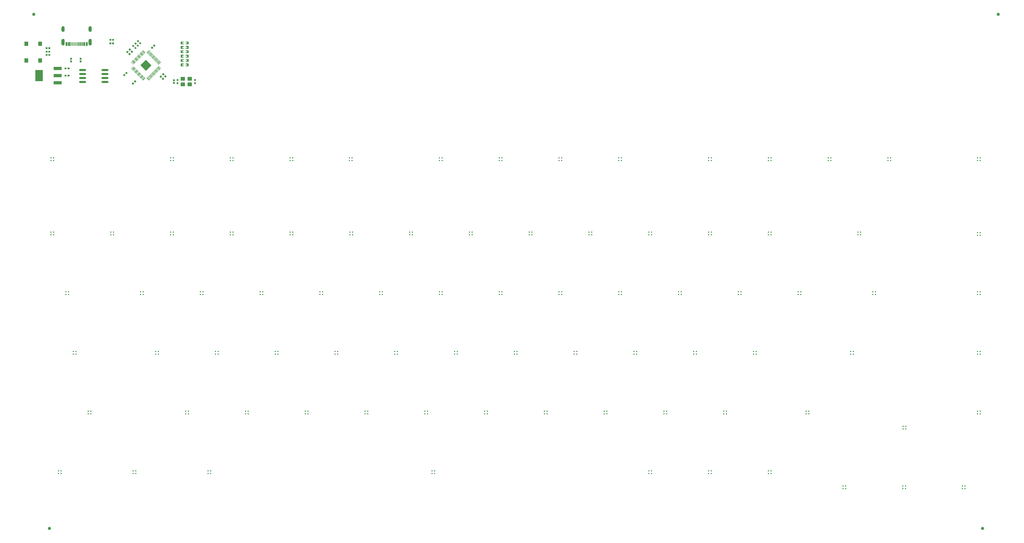
<source format=gtp>
G04 Layer: TopPasteMaskLayer*
G04 EasyEDA Pro v2.2.36.7, 2025-02-27 19:51:26*
G04 Gerber Generator version 0.3*
G04 Scale: 100 percent, Rotated: No, Reflected: No*
G04 Dimensions in millimeters*
G04 Leading zeros omitted, absolute positions, 4 integers and 5 decimals*
G04 Panelize: V-CUT, Column: 1, Row: 1, Board Size: 327.343mm x 158.09mm, Panelized Board Size: 327.343mm x 170.091mm, Panelized Method: Only Board Outline*
%FSLAX45Y45*%
%MOMM*%
%ADD10C,1.0*%
%ADD11R,2.49999X1.1*%
%ADD12R,2.34X3.59999*%
%ADD13O,2.25001X0.63*%
%ADD14R,1.23X1.35999*%
%ADD15R,1.4X1.2*%
%ADD16R,0.45001X0.45001*%
%ADD17R,0.4515X0.45001*%
%ADD18R,0.45001X0.45001*%
G75*


G04 Panelize Start*
G54D10*
G01X360781Y15528341D03*
G01X31094945Y15528341D03*
G01X860781Y-880729D03*
G01X30594945Y-880729D03*
G04 Panelize End*

G04 PolygonModel Start*
G36*
G01X3717799Y14109137D02*
G01X3640016Y14186921D01*
G01X3625874Y14172779D01*
G01X3703657Y14094995D01*
G01X3717799Y14109137D01*
G37*
G36*
G01X3823870Y14370775D02*
G01X3901654Y14292992D01*
G01X3915796Y14307134D01*
G01X3838012Y14384917D01*
G01X3823870Y14370775D01*
G37*
G36*
G01X3689529Y14080867D02*
G01X3611746Y14158651D01*
G01X3597604Y14144509D01*
G01X3675387Y14066725D01*
G01X3689529Y14080867D01*
G37*
G36*
G01X3548108Y13939446D02*
G01X3470325Y14017230D01*
G01X3456183Y14003088D01*
G01X3533966Y13925304D01*
G01X3548108Y13939446D01*
G37*
G36*
G01X3746087Y14137425D02*
G01X3668303Y14215208D01*
G01X3654161Y14201066D01*
G01X3731945Y14123283D01*
G01X3746087Y14137425D01*
G37*
G36*
G01X3569316Y14116221D02*
G01X3647099Y14038437D01*
G01X3661241Y14052580D01*
G01X3583458Y14130363D01*
G01X3569316Y14116221D01*
G37*
G36*
G01X3576378Y13967716D02*
G01X3498595Y14045500D01*
G01X3484452Y14031357D01*
G01X3562236Y13953574D01*
G01X3576378Y13967716D01*
G37*
G36*
G01X3774375Y14165713D02*
G01X3696591Y14243496D01*
G01X3682449Y14229354D01*
G01X3760233Y14151571D01*
G01X3774375Y14165713D01*
G37*
G36*
G01X3795582Y14342487D02*
G01X3873366Y14264704D01*
G01X3887508Y14278846D01*
G01X3809725Y14356630D01*
G01X3795582Y14342487D01*
G37*
G36*
G01X3604666Y13996004D02*
G01X3526882Y14073787D01*
G01X3512740Y14059645D01*
G01X3590524Y13981862D01*
G01X3604666Y13996004D01*
G37*
G36*
G01X3802662Y14194001D02*
G01X3724879Y14271784D01*
G01X3710737Y14257642D01*
G01X3788520Y14179859D01*
G01X3802662Y14194001D01*
G37*
G36*
G01X3632954Y14024292D02*
G01X3555170Y14102075D01*
G01X3541028Y14087933D01*
G01X3618811Y14010150D01*
G01X3632954Y14024292D01*
G37*
G36*
G01X3830950Y14222288D02*
G01X3753167Y14300072D01*
G01X3739025Y14285930D01*
G01X3816808Y14208146D01*
G01X3830950Y14222288D01*
G37*
G36*
G01X3859220Y14250558D02*
G01X3781437Y14328342D01*
G01X3767295Y14314200D01*
G01X3845078Y14236416D01*
G01X3859220Y14250558D01*
G37*
G36*
G01X4050148Y14370793D02*
G01X4036005Y14384935D01*
G01X3958222Y14307152D01*
G01X3972364Y14293010D01*
G01X4050148Y14370793D01*
G37*
G36*
G01X3456165Y13805095D02*
G01X3470307Y13790952D01*
G01X3548088Y13868734D01*
G01X3533946Y13882876D01*
G01X3456165Y13805095D01*
G37*
G36*
G01X4078435Y14342505D02*
G01X4064293Y14356647D01*
G01X3986510Y14278864D01*
G01X4000652Y14264722D01*
G01X4078435Y14342505D01*
G37*
G36*
G01X3484452Y13776807D02*
G01X3498595Y13762665D01*
G01X3576376Y13840446D01*
G01X3562234Y13854588D01*
G01X3484452Y13776807D01*
G37*
G36*
G01X4106723Y14314218D02*
G01X4092581Y14328360D01*
G01X4014798Y14250576D01*
G01X4028940Y14236434D01*
G01X4106723Y14314218D01*
G37*
G36*
G01X3512740Y13748519D02*
G01X3526882Y13734377D01*
G01X3604664Y13812158D01*
G01X3590522Y13826300D01*
G01X3512740Y13748519D01*
G37*
G36*
G01X4135011Y14285930D02*
G01X4120869Y14300072D01*
G01X4043085Y14222288D01*
G01X4057228Y14208146D01*
G01X4135011Y14285930D01*
G37*
G36*
G01X3541028Y13720231D02*
G01X3555170Y13706089D01*
G01X3632952Y13783871D01*
G01X3618810Y13798013D01*
G01X3541028Y13720231D01*
G37*
G36*
G01X4163281Y14257660D02*
G01X4149139Y14271802D01*
G01X4071355Y14194019D01*
G01X4085497Y14179877D01*
G01X4163281Y14257660D01*
G37*
G36*
G01X3569298Y13691961D02*
G01X3583440Y13677819D01*
G01X3661222Y13755601D01*
G01X3647080Y13769743D01*
G01X3569298Y13691961D01*
G37*
G36*
G01X4191569Y14229372D02*
G01X4177427Y14243514D01*
G01X4099643Y14165731D01*
G01X4113785Y14151589D01*
G01X4191569Y14229372D01*
G37*
G36*
G01X3597586Y13663673D02*
G01X3611728Y13649531D01*
G01X3689509Y13727313D01*
G01X3675367Y13741455D01*
G01X3597586Y13663673D01*
G37*
G36*
G01X4127931Y14137443D02*
G01X4142073Y14123301D01*
G01X4219856Y14201084D01*
G01X4205714Y14215226D01*
G01X4127931Y14137443D01*
G37*
G36*
G01X3625874Y13635386D02*
G01X3640016Y13621244D01*
G01X3717797Y13699025D01*
G01X3703655Y13713167D01*
G01X3625874Y13635386D01*
G37*
G36*
G01X4248144Y14172796D02*
G01X4234002Y14186939D01*
G01X4156219Y14109155D01*
G01X4170361Y14095013D01*
G01X4248144Y14172796D01*
G37*
G36*
G01X3746085Y13670737D02*
G01X3731943Y13684879D01*
G01X3654161Y13607098D01*
G01X3668303Y13592956D01*
G01X3746085Y13670737D01*
G37*
G36*
G01X4276432Y14144509D02*
G01X4262290Y14158651D01*
G01X4184507Y14080867D01*
G01X4198649Y14066725D01*
G01X4276432Y14144509D01*
G37*
G36*
G01X3682449Y13578810D02*
G01X3696591Y13564668D01*
G01X3774373Y13642450D01*
G01X3760231Y13656592D01*
G01X3682449Y13578810D01*
G37*
G36*
G01X4304702Y14116239D02*
G01X4290560Y14130381D01*
G01X4212776Y14052598D01*
G01X4226918Y14038455D01*
G01X4304702Y14116239D01*
G37*
G36*
G01X3710719Y13550540D02*
G01X3724861Y13536398D01*
G01X3802643Y13614180D01*
G01X3788501Y13628322D01*
G01X3710719Y13550540D01*
G37*
G36*
G01X4332990Y14087951D02*
G01X4318848Y14102093D01*
G01X4241064Y14024310D01*
G01X4255206Y14010168D01*
G01X4332990Y14087951D01*
G37*
G36*
G01X3739007Y13522252D02*
G01X3753149Y13508110D01*
G01X3830931Y13585892D01*
G01X3816788Y13600034D01*
G01X3739007Y13522252D01*
G37*
G36*
G01X4361277Y14059663D02*
G01X4347135Y14073805D01*
G01X4269352Y13996022D01*
G01X4283494Y13981880D01*
G01X4361277Y14059663D01*
G37*
G36*
G01X3767295Y13493965D02*
G01X3781437Y13479822D01*
G01X3859218Y13557604D01*
G01X3845076Y13571746D01*
G01X3767295Y13493965D01*
G37*
G36*
G01X4389565Y14031375D02*
G01X4375423Y14045518D01*
G01X4297640Y13967734D01*
G01X4311782Y13953592D01*
G01X4389565Y14031375D01*
G37*
G36*
G01X3795582Y13465677D02*
G01X3809725Y13451535D01*
G01X3887506Y13529316D01*
G01X3873364Y13543458D01*
G01X3795582Y13465677D01*
G37*
G36*
G01X4325928Y13939446D02*
G01X4340070Y13925304D01*
G01X4417853Y14003088D01*
G01X4403711Y14017230D01*
G01X4325928Y13939446D01*
G37*
G36*
G01X3823870Y13437389D02*
G01X3838012Y13423247D01*
G01X3915794Y13501028D01*
G01X3901652Y13515171D01*
G01X3823870Y13437389D01*
G37*
G36*
G01X4325910Y13868736D02*
G01X4403693Y13790952D01*
G01X4417835Y13805095D01*
G01X4340052Y13882878D01*
G01X4325910Y13868736D01*
G37*
G36*
G01X4248126Y13635386D02*
G01X4170343Y13713169D01*
G01X4156201Y13699027D01*
G01X4233984Y13621244D01*
G01X4248126Y13635386D01*
G37*
G36*
G01X4050148Y13437407D02*
G01X3972364Y13515190D01*
G01X3958222Y13501048D01*
G01X4036005Y13423265D01*
G01X4050148Y13437407D01*
G37*
G36*
G01X4127913Y13670739D02*
G01X4205696Y13592956D01*
G01X4219838Y13607098D01*
G01X4142055Y13684881D01*
G01X4127913Y13670739D01*
G37*
G36*
G01X4297622Y13840448D02*
G01X4375405Y13762665D01*
G01X4389547Y13776807D01*
G01X4311764Y13854590D01*
G01X4297622Y13840448D01*
G37*
G36*
G01X4099643Y13642469D02*
G01X4177427Y13564686D01*
G01X4191569Y13578828D01*
G01X4113785Y13656611D01*
G01X4099643Y13642469D01*
G37*
G36*
G01X4269334Y13812160D02*
G01X4347117Y13734377D01*
G01X4361260Y13748519D01*
G01X4283476Y13826302D01*
G01X4269334Y13812160D01*
G37*
G36*
G01X4071355Y13614181D02*
G01X4149139Y13536398D01*
G01X4163281Y13550540D01*
G01X4085497Y13628324D01*
G01X4071355Y13614181D01*
G37*
G36*
G01X4276414Y13663673D02*
G01X4198631Y13741457D01*
G01X4184489Y13727315D01*
G01X4262272Y13649531D01*
G01X4276414Y13663673D01*
G37*
G36*
G01X4241064Y13783890D02*
G01X4318848Y13706107D01*
G01X4332990Y13720249D01*
G01X4255206Y13798032D01*
G01X4241064Y13783890D01*
G37*
G36*
G01X4078417Y13465677D02*
G01X4000634Y13543460D01*
G01X3986492Y13529318D01*
G01X4064275Y13451535D01*
G01X4078417Y13465677D01*
G37*
G36*
G01X4043068Y13585894D02*
G01X4120851Y13508110D01*
G01X4134993Y13522252D01*
G01X4057210Y13600036D01*
G01X4043068Y13585894D01*
G37*
G36*
G01X4212776Y13755603D02*
G01X4290560Y13677819D01*
G01X4304702Y13691961D01*
G01X4226918Y13769745D01*
G01X4212776Y13755603D01*
G37*
G36*
G01X4014780Y13557606D02*
G01X4092563Y13479822D01*
G01X4106705Y13493965D01*
G01X4028922Y13571748D01*
G01X4014780Y13557606D01*
G37*
G36*
G01X3761637Y13904093D02*
G01X3937002Y14079458D01*
G01X4112366Y13904093D01*
G01X3937002Y13728728D01*
G01X3761637Y13904093D01*
G37*
G36*
G01X5049398Y13871801D02*
G01X5129398Y13871801D01*
G01X5134399Y13876803D01*
G01X5134399Y13899599D01*
G01X5097399Y13899599D01*
G01X5097399Y13932599D01*
G01X5134399Y13932599D01*
G01X5134399Y13956802D01*
G01X5129398Y13961801D01*
G01X5049398Y13961801D01*
G01X5044399Y13956802D01*
G01X5044399Y13876803D01*
G01X5049398Y13871801D01*
G37*
G36*
G01X5204399Y13876803D02*
G01X5204399Y13899599D01*
G01X5242397Y13899599D01*
G01X5242397Y13932599D01*
G01X5204399Y13932599D01*
G01X5204399Y13956802D01*
G01X5209398Y13961801D01*
G01X5288397Y13961801D01*
G01X5293398Y13956802D01*
G01X5293398Y13876803D01*
G01X5288397Y13871801D01*
G01X5209398Y13871801D01*
G01X5204399Y13876803D01*
G37*
G36*
G01X5049398Y14011501D02*
G01X5129398Y14011501D01*
G01X5134399Y14016503D01*
G01X5134399Y14039299D01*
G01X5097399Y14039299D01*
G01X5097399Y14072299D01*
G01X5134399Y14072299D01*
G01X5134399Y14096502D01*
G01X5129398Y14101501D01*
G01X5049398Y14101501D01*
G01X5044399Y14096502D01*
G01X5044399Y14016503D01*
G01X5049398Y14011501D01*
G37*
G36*
G01X5204399Y14016503D02*
G01X5204399Y14039299D01*
G01X5242397Y14039299D01*
G01X5242397Y14072299D01*
G01X5204399Y14072299D01*
G01X5204399Y14096502D01*
G01X5209398Y14101501D01*
G01X5288397Y14101501D01*
G01X5293398Y14096502D01*
G01X5293398Y14016503D01*
G01X5288397Y14011501D01*
G01X5209398Y14011501D01*
G01X5204399Y14016503D01*
G37*
G36*
G01X5049398Y14151201D02*
G01X5129398Y14151201D01*
G01X5134399Y14156203D01*
G01X5134399Y14178999D01*
G01X5097399Y14178999D01*
G01X5097399Y14211999D01*
G01X5134399Y14211999D01*
G01X5134399Y14236202D01*
G01X5129398Y14241201D01*
G01X5049398Y14241201D01*
G01X5044399Y14236202D01*
G01X5044399Y14156203D01*
G01X5049398Y14151201D01*
G37*
G36*
G01X5204399Y14156203D02*
G01X5204399Y14178999D01*
G01X5242397Y14178999D01*
G01X5242397Y14211999D01*
G01X5204399Y14211999D01*
G01X5204399Y14236202D01*
G01X5209398Y14241201D01*
G01X5288397Y14241201D01*
G01X5293398Y14236202D01*
G01X5293398Y14156203D01*
G01X5288397Y14151201D01*
G01X5209398Y14151201D01*
G01X5204399Y14156203D01*
G37*
G36*
G01X5049398Y14290901D02*
G01X5129398Y14290901D01*
G01X5134399Y14295903D01*
G01X5134399Y14318699D01*
G01X5097399Y14318699D01*
G01X5097399Y14351699D01*
G01X5134399Y14351699D01*
G01X5134399Y14375902D01*
G01X5129398Y14380901D01*
G01X5049398Y14380901D01*
G01X5044399Y14375902D01*
G01X5044399Y14295903D01*
G01X5049398Y14290901D01*
G37*
G36*
G01X5204399Y14295903D02*
G01X5204399Y14318699D01*
G01X5242397Y14318699D01*
G01X5242397Y14351699D01*
G01X5204399Y14351699D01*
G01X5204399Y14375902D01*
G01X5209398Y14380901D01*
G01X5288397Y14380901D01*
G01X5293398Y14375902D01*
G01X5293398Y14295903D01*
G01X5288397Y14290901D01*
G01X5209398Y14290901D01*
G01X5204399Y14295903D01*
G37*
G36*
G01X5049398Y14430601D02*
G01X5129398Y14430601D01*
G01X5134399Y14435603D01*
G01X5134399Y14458399D01*
G01X5097399Y14458399D01*
G01X5097399Y14491399D01*
G01X5134399Y14491399D01*
G01X5134399Y14515602D01*
G01X5129398Y14520601D01*
G01X5049398Y14520601D01*
G01X5044399Y14515602D01*
G01X5044399Y14435603D01*
G01X5049398Y14430601D01*
G37*
G36*
G01X5204399Y14435603D02*
G01X5204399Y14458399D01*
G01X5242397Y14458399D01*
G01X5242397Y14491399D01*
G01X5204399Y14491399D01*
G01X5204399Y14515602D01*
G01X5209398Y14520601D01*
G01X5288397Y14520601D01*
G01X5293398Y14515602D01*
G01X5293398Y14435603D01*
G01X5288397Y14430601D01*
G01X5209398Y14430601D01*
G01X5204399Y14435603D01*
G37*
G36*
G01X5049398Y14570301D02*
G01X5129398Y14570301D01*
G01X5134399Y14575303D01*
G01X5134399Y14598099D01*
G01X5097399Y14598099D01*
G01X5097399Y14631099D01*
G01X5134399Y14631099D01*
G01X5134399Y14655302D01*
G01X5129398Y14660301D01*
G01X5049398Y14660301D01*
G01X5044399Y14655302D01*
G01X5044399Y14575303D01*
G01X5049398Y14570301D01*
G37*
G36*
G01X5204399Y14575303D02*
G01X5204399Y14598099D01*
G01X5242397Y14598099D01*
G01X5242397Y14631099D01*
G01X5204399Y14631099D01*
G01X5204399Y14655302D01*
G01X5209398Y14660301D01*
G01X5288397Y14660301D01*
G01X5293398Y14655302D01*
G01X5293398Y14575303D01*
G01X5288397Y14570301D01*
G01X5209398Y14570301D01*
G01X5204399Y14575303D01*
G37*
G36*
G01X4137402Y14504624D02*
G01X4169222Y14472803D01*
G01X4167809Y14464321D01*
G01X4133867Y14430379D01*
G01X4126796Y14430377D01*
G01X4094975Y14462198D01*
G01X4094977Y14469269D01*
G01X4128919Y14503210D01*
G01X4137402Y14504624D01*
G37*
G36*
G01X4205285Y14572508D02*
G01X4237106Y14540687D01*
G01X4237104Y14533616D01*
G01X4203164Y14499676D01*
G01X4194679Y14498261D01*
G01X4162859Y14530081D01*
G01X4164274Y14538566D01*
G01X4198214Y14572506D01*
G01X4205285Y14572508D01*
G37*
G36*
G01X3381381Y14326442D02*
G01X3349560Y14294621D01*
G01X3341077Y14296034D01*
G01X3307136Y14329976D01*
G01X3307134Y14337047D01*
G01X3338954Y14368868D01*
G01X3346026Y14368866D01*
G01X3379967Y14334924D01*
G01X3381381Y14326442D01*
G37*
G36*
G01X3449264Y14258558D02*
G01X3417444Y14226737D01*
G01X3410373Y14226739D01*
G01X3376433Y14260679D01*
G01X3375017Y14269164D01*
G01X3406838Y14300984D01*
G01X3415323Y14299569D01*
G01X3449263Y14265629D01*
G01X3449264Y14258558D01*
G37*
G36*
G01X4518019Y13557958D02*
G01X4549840Y13589779D01*
G01X4558323Y13588365D01*
G01X4592264Y13554424D01*
G01X4592266Y13547353D01*
G01X4560446Y13515532D01*
G01X4553374Y13515534D01*
G01X4519433Y13549476D01*
G01X4518019Y13557958D01*
G37*
G36*
G01X4450136Y13625842D02*
G01X4481956Y13657663D01*
G01X4489027Y13657661D01*
G01X4522967Y13623721D01*
G01X4524383Y13615236D01*
G01X4492562Y13583416D01*
G01X4484077Y13584831D01*
G01X4450137Y13618771D01*
G01X4450136Y13625842D01*
G37*
G36*
G01X2831300Y14625600D02*
G01X2831300Y14579600D01*
G01X2827299Y14575600D01*
G01X2777236Y14575600D01*
G01X2773236Y14579600D01*
G01X2773236Y14625600D01*
G01X2777236Y14629600D01*
G01X2827299Y14629600D01*
G01X2831300Y14625600D01*
G37*
G36*
G01X2858300Y14625600D02*
G01X2858300Y14579600D01*
G01X2862301Y14575600D01*
G01X2912364Y14575600D01*
G01X2916365Y14579600D01*
G01X2916365Y14625600D01*
G01X2912364Y14629600D01*
G01X2862301Y14629600D01*
G01X2858300Y14625600D01*
G37*
G36*
G01X2831300Y14739900D02*
G01X2831300Y14693900D01*
G01X2827299Y14689900D01*
G01X2777236Y14689900D01*
G01X2773236Y14693900D01*
G01X2773236Y14739900D01*
G01X2777236Y14743900D01*
G01X2827299Y14743900D01*
G01X2831300Y14739900D01*
G37*
G36*
G01X2858300Y14739900D02*
G01X2858300Y14693900D01*
G01X2862301Y14689900D01*
G01X2912364Y14689900D01*
G01X2916365Y14693900D01*
G01X2916365Y14739900D01*
G01X2912364Y14743900D01*
G01X2862301Y14743900D01*
G01X2858300Y14739900D01*
G37*
G36*
G01X3641719Y14535858D02*
G01X3673540Y14567679D01*
G01X3682023Y14566265D01*
G01X3715964Y14532324D01*
G01X3715966Y14525253D01*
G01X3684146Y14493432D01*
G01X3677074Y14493434D01*
G01X3643133Y14527376D01*
G01X3641719Y14535858D01*
G37*
G36*
G01X3573836Y14603742D02*
G01X3605656Y14635563D01*
G01X3612727Y14635561D01*
G01X3646667Y14601621D01*
G01X3648083Y14593136D01*
G01X3616262Y14561316D01*
G01X3607777Y14562731D01*
G01X3573837Y14596671D01*
G01X3573836Y14603742D01*
G37*
G36*
G01X3571881Y14516942D02*
G01X3540060Y14485121D01*
G01X3531577Y14486534D01*
G01X3497636Y14520476D01*
G01X3497634Y14527547D01*
G01X3529454Y14559368D01*
G01X3536526Y14559366D01*
G01X3570467Y14525424D01*
G01X3571881Y14516942D01*
G37*
G36*
G01X3639764Y14449058D02*
G01X3607944Y14417237D01*
G01X3600873Y14417239D01*
G01X3566933Y14451179D01*
G01X3565517Y14459664D01*
G01X3597338Y14491484D01*
G01X3605823Y14490069D01*
G01X3639763Y14456129D01*
G01X3639764Y14449058D01*
G37*
G36*
G01X799300Y14473200D02*
G01X799300Y14427200D01*
G01X795299Y14423200D01*
G01X745236Y14423200D01*
G01X741236Y14427200D01*
G01X741236Y14473200D01*
G01X745236Y14477200D01*
G01X795299Y14477200D01*
G01X799300Y14473200D01*
G37*
G36*
G01X826300Y14473200D02*
G01X826300Y14427200D01*
G01X830301Y14423200D01*
G01X880364Y14423200D01*
G01X884365Y14427200D01*
G01X884365Y14473200D01*
G01X880364Y14477200D01*
G01X830301Y14477200D01*
G01X826300Y14473200D01*
G37*
G36*
G01X826300Y14312900D02*
G01X826300Y14358900D01*
G01X830301Y14362900D01*
G01X880364Y14362900D01*
G01X884365Y14358900D01*
G01X884365Y14312900D01*
G01X880364Y14308900D01*
G01X830301Y14308900D01*
G01X826300Y14312900D01*
G37*
G36*
G01X799300Y14312900D02*
G01X799300Y14358900D01*
G01X795299Y14362900D01*
G01X745236Y14362900D01*
G01X741236Y14358900D01*
G01X741236Y14312900D01*
G01X745236Y14308900D01*
G01X795299Y14308900D01*
G01X799300Y14312900D01*
G37*
G36*
G01X799300Y14257300D02*
G01X799300Y14211300D01*
G01X795299Y14207300D01*
G01X745236Y14207300D01*
G01X741236Y14211300D01*
G01X741236Y14257300D01*
G01X745236Y14261300D01*
G01X795299Y14261300D01*
G01X799300Y14257300D01*
G37*
G36*
G01X826300Y14257300D02*
G01X826300Y14211300D01*
G01X830301Y14207300D01*
G01X880364Y14207300D01*
G01X884365Y14211300D01*
G01X884365Y14257300D01*
G01X880364Y14261300D01*
G01X830301Y14261300D01*
G01X826300Y14257300D01*
G37*
G36*
G01X4917798Y13365396D02*
G01X4962799Y13365396D01*
G01X4967798Y13358399D01*
G01X4967798Y13310398D01*
G01X4962799Y13305397D01*
G01X4917798Y13305397D01*
G01X4912799Y13310398D01*
G01X4912799Y13358399D01*
G01X4917798Y13365396D01*
G37*
G36*
G01X4917798Y13461398D02*
G01X4962799Y13461398D01*
G01X4967798Y13456397D01*
G01X4967798Y13408399D01*
G01X4962799Y13401398D01*
G01X4917798Y13401398D01*
G01X4912799Y13408399D01*
G01X4912799Y13456397D01*
G01X4917798Y13461398D01*
G37*
G36*
G01X5476598Y13365396D02*
G01X5521599Y13365396D01*
G01X5526598Y13358399D01*
G01X5526598Y13310398D01*
G01X5521599Y13305397D01*
G01X5476598Y13305397D01*
G01X5471599Y13310398D01*
G01X5471599Y13358399D01*
G01X5476598Y13365396D01*
G37*
G36*
G01X5476598Y13461398D02*
G01X5521599Y13461398D01*
G01X5526598Y13456397D01*
G01X5526598Y13408399D01*
G01X5521599Y13401398D01*
G01X5476598Y13401398D01*
G01X5471599Y13408399D01*
G01X5471599Y13456397D01*
G01X5476598Y13461398D01*
G37*
G36*
G01X4803000Y13369900D02*
G01X4849000Y13369900D01*
G01X4853000Y13365899D01*
G01X4853000Y13315836D01*
G01X4849000Y13311835D01*
G01X4803000Y13311835D01*
G01X4799000Y13315836D01*
G01X4799000Y13365899D01*
G01X4803000Y13369900D01*
G37*
G36*
G01X4803000Y13396900D02*
G01X4849000Y13396900D01*
G01X4853000Y13400901D01*
G01X4853000Y13450964D01*
G01X4849000Y13454964D01*
G01X4803000Y13454964D01*
G01X4799000Y13450964D01*
G01X4799000Y13400901D01*
G01X4803000Y13396900D01*
G37*
G36*
G01X1440404Y13551398D02*
G01X1440404Y13596399D01*
G01X1447401Y13601398D01*
G01X1495402Y13601398D01*
G01X1500403Y13596399D01*
G01X1500403Y13551398D01*
G01X1495402Y13546399D01*
G01X1447401Y13546399D01*
G01X1440404Y13551398D01*
G37*
G36*
G01X1344402Y13551398D02*
G01X1344402Y13596399D01*
G01X1349403Y13601398D01*
G01X1397401Y13601398D01*
G01X1404402Y13596399D01*
G01X1404402Y13551398D01*
G01X1397401Y13546399D01*
G01X1349403Y13546399D01*
G01X1344402Y13551398D01*
G37*
G36*
G01X1440404Y13779998D02*
G01X1440404Y13824999D01*
G01X1447401Y13829998D01*
G01X1495402Y13829998D01*
G01X1500403Y13824999D01*
G01X1500403Y13779998D01*
G01X1495402Y13774999D01*
G01X1447401Y13774999D01*
G01X1440404Y13779998D01*
G37*
G36*
G01X1344402Y13779998D02*
G01X1344402Y13824999D01*
G01X1349403Y13829998D01*
G01X1397401Y13829998D01*
G01X1404402Y13824999D01*
G01X1404402Y13779998D01*
G01X1397401Y13774999D01*
G01X1349403Y13774999D01*
G01X1344402Y13779998D01*
G37*
G36*
G01X3457581Y14402642D02*
G01X3425760Y14370821D01*
G01X3417277Y14372234D01*
G01X3383336Y14406176D01*
G01X3383334Y14413247D01*
G01X3415154Y14445068D01*
G01X3422226Y14445066D01*
G01X3456167Y14411124D01*
G01X3457581Y14402642D01*
G37*
G36*
G01X3525464Y14334758D02*
G01X3493644Y14302937D01*
G01X3486573Y14302939D01*
G01X3452633Y14336879D01*
G01X3451217Y14345364D01*
G01X3483038Y14377184D01*
G01X3491523Y14375769D01*
G01X3525463Y14341829D01*
G01X3525464Y14334758D01*
G37*
G36*
G01X3724281Y14669342D02*
G01X3692460Y14637521D01*
G01X3683977Y14638934D01*
G01X3650036Y14672876D01*
G01X3650034Y14679947D01*
G01X3681854Y14711768D01*
G01X3688926Y14711766D01*
G01X3722867Y14677824D01*
G01X3724281Y14669342D01*
G37*
G36*
G01X3792164Y14601458D02*
G01X3760344Y14569637D01*
G01X3753273Y14569639D01*
G01X3719333Y14603579D01*
G01X3717917Y14612064D01*
G01X3749738Y14643884D01*
G01X3758223Y14642469D01*
G01X3792163Y14608529D01*
G01X3792164Y14601458D01*
G37*
G36*
G01X3247958Y13627881D02*
G01X3279779Y13596060D01*
G01X3278366Y13587577D01*
G01X3244424Y13553636D01*
G01X3237353Y13553634D01*
G01X3205532Y13585454D01*
G01X3205534Y13592525D01*
G01X3239476Y13626467D01*
G01X3247958Y13627881D01*
G37*
G36*
G01X3315842Y13695764D02*
G01X3347663Y13663944D01*
G01X3347661Y13656873D01*
G01X3313721Y13622933D01*
G01X3305236Y13621517D01*
G01X3273416Y13653338D01*
G01X3274831Y13661823D01*
G01X3308771Y13695763D01*
G01X3315842Y13695764D01*
G37*
G36*
G01X3527358Y13361181D02*
G01X3559179Y13329360D01*
G01X3557766Y13320877D01*
G01X3523824Y13286936D01*
G01X3516753Y13286934D01*
G01X3484932Y13318754D01*
G01X3484934Y13325825D01*
G01X3518876Y13359767D01*
G01X3527358Y13361181D01*
G37*
G36*
G01X3595242Y13429064D02*
G01X3627063Y13397244D01*
G01X3627061Y13390173D01*
G01X3593121Y13356233D01*
G01X3584636Y13354817D01*
G01X3552816Y13386638D01*
G01X3554231Y13395123D01*
G01X3588171Y13429063D01*
G01X3595242Y13429064D01*
G37*
G36*
G01X4441819Y13481758D02*
G01X4473640Y13513579D01*
G01X4482123Y13512165D01*
G01X4516064Y13478224D01*
G01X4516066Y13471153D01*
G01X4484246Y13439332D01*
G01X4477174Y13439334D01*
G01X4443233Y13473276D01*
G01X4441819Y13481758D01*
G37*
G36*
G01X4373936Y13549642D02*
G01X4405756Y13581463D01*
G01X4412827Y13581461D01*
G01X4446767Y13547521D01*
G01X4448183Y13539036D01*
G01X4416362Y13507216D01*
G01X4407877Y13508631D01*
G01X4373937Y13542571D01*
G01X4373936Y13549642D01*
G37*
G36*
G01X1572400Y14082700D02*
G01X1526400Y14082700D01*
G01X1522400Y14086701D01*
G01X1522400Y14136764D01*
G01X1526400Y14140764D01*
G01X1572400Y14140764D01*
G01X1576400Y14136764D01*
G01X1576400Y14086701D01*
G01X1572400Y14082700D01*
G37*
G36*
G01X1572400Y14055700D02*
G01X1526400Y14055700D01*
G01X1522400Y14051699D01*
G01X1522400Y14001636D01*
G01X1526400Y13997635D01*
G01X1572400Y13997635D01*
G01X1576400Y14001636D01*
G01X1576400Y14051699D01*
G01X1572400Y14055700D01*
G37*
G36*
G01X1877200Y14082700D02*
G01X1831200Y14082700D01*
G01X1827200Y14086701D01*
G01X1827200Y14136764D01*
G01X1831200Y14140764D01*
G01X1877200Y14140764D01*
G01X1881200Y14136764D01*
G01X1881200Y14086701D01*
G01X1877200Y14082700D01*
G37*
G36*
G01X1877200Y14055700D02*
G01X1831200Y14055700D01*
G01X1827200Y14051699D01*
G01X1827200Y14001636D01*
G01X1831200Y13997635D01*
G01X1877200Y13997635D01*
G01X1881200Y14001636D01*
G01X1881200Y14051699D01*
G01X1877200Y14055700D01*
G37*
G36*
G01X2077194Y14518919D02*
G01X2017194Y14518919D01*
G01X2017194Y14642922D01*
G01X2077194Y14642922D01*
G01X2077194Y14518919D01*
G37*
G36*
G01X1997194Y14518919D02*
G01X1937189Y14518919D01*
G01X1937189Y14642922D01*
G01X1997194Y14642922D01*
G01X1997194Y14518919D01*
G37*
G36*
G01X1917192Y14518919D02*
G01X1887190Y14518919D01*
G01X1887190Y14642922D01*
G01X1917192Y14642922D01*
G01X1917192Y14518919D01*
G37*
G36*
G01X1867192Y14518919D02*
G01X1837190Y14518919D01*
G01X1837190Y14642922D01*
G01X1867192Y14642922D01*
G01X1867192Y14518919D01*
G37*
G36*
G01X1817192Y14518919D02*
G01X1787187Y14518919D01*
G01X1787187Y14642922D01*
G01X1817192Y14642922D01*
G01X1817192Y14518919D01*
G37*
G36*
G01X1767187Y14518919D02*
G01X1737187Y14518919D01*
G01X1737187Y14642922D01*
G01X1767187Y14642922D01*
G01X1767187Y14518919D01*
G37*
G36*
G01X1717187Y14518919D02*
G01X1687192Y14518919D01*
G01X1687192Y14642922D01*
G01X1717187Y14642922D01*
G01X1717187Y14518919D01*
G37*
G36*
G01X1667195Y14518919D02*
G01X1637195Y14518919D01*
G01X1637195Y14642922D01*
G01X1667195Y14642922D01*
G01X1667195Y14518919D01*
G37*
G36*
G01X1617195Y14518919D02*
G01X1587195Y14518919D01*
G01X1587195Y14642922D01*
G01X1617195Y14642922D01*
G01X1617195Y14518919D01*
G37*
G36*
G01X1567195Y14518919D02*
G01X1537195Y14518919D01*
G01X1537195Y14642922D01*
G01X1567195Y14642922D01*
G01X1567195Y14518919D01*
G37*
G36*
G01X1517195Y14518919D02*
G01X1457193Y14518919D01*
G01X1457193Y14642922D01*
G01X1517195Y14642922D01*
G01X1517195Y14518919D01*
G37*
G36*
G01X1437193Y14518919D02*
G01X1377193Y14518919D01*
G01X1377193Y14642922D01*
G01X1437193Y14642922D01*
G01X1437193Y14518919D01*
G37*
G36*
G01X2155462Y14538038D02*
G01X2157956Y14537914D01*
G01X2160450Y14537914D01*
G01X2162937Y14538038D01*
G01X2165419Y14538289D01*
G01X2167885Y14538660D01*
G01X2170326Y14539153D01*
G01X2172739Y14539773D01*
G01X2175126Y14540504D01*
G01X2177468Y14541360D01*
G01X2179762Y14542326D01*
G01X2182010Y14543410D01*
G01X2184197Y14544599D01*
G01X2186325Y14545897D01*
G01X2188385Y14547301D01*
G01X2190374Y14548813D01*
G01X2192287Y14550413D01*
G01X2194113Y14552107D01*
G01X2195850Y14553890D01*
G01X2197506Y14555762D01*
G01X2199058Y14557710D01*
G01X2200511Y14559732D01*
G01X2201863Y14561828D01*
G01X2203110Y14563987D01*
G01X2204250Y14566207D01*
G01X2205274Y14568480D01*
G01X2206186Y14570799D01*
G01X2206976Y14573164D01*
G01X2207654Y14575561D01*
G01X2208213Y14577990D01*
G01X2208642Y14580448D01*
G01X2208952Y14582922D01*
G01X2209137Y14585406D01*
G01X2209201Y14587901D01*
G01X2209201Y14697903D01*
G01X2209137Y14700392D01*
G01X2208952Y14702881D01*
G01X2208642Y14705358D01*
G01X2208213Y14707809D01*
G01X2207654Y14710237D01*
G01X2206976Y14712640D01*
G01X2206186Y14715005D01*
G01X2205274Y14717324D01*
G01X2204250Y14719600D01*
G01X2203110Y14721812D01*
G01X2201863Y14723971D01*
G01X2200511Y14726067D01*
G01X2199058Y14728093D01*
G01X2197506Y14730044D01*
G01X2195850Y14731909D01*
G01X2194113Y14733699D01*
G01X2192287Y14735391D01*
G01X2190374Y14736991D01*
G01X2188385Y14738497D01*
G01X2186325Y14739902D01*
G01X2184197Y14741205D01*
G01X2182010Y14742396D01*
G01X2179762Y14743481D01*
G01X2177468Y14744446D01*
G01X2175126Y14745299D01*
G01X2172739Y14746034D01*
G01X2170326Y14746651D01*
G01X2167885Y14747143D01*
G01X2165419Y14747514D01*
G01X2162937Y14747761D01*
G01X2160450Y14747885D01*
G01X2157956Y14747885D01*
G01X2155462Y14747761D01*
G01X2152980Y14747514D01*
G01X2150516Y14747143D01*
G01X2148075Y14746651D01*
G01X2145660Y14746034D01*
G01X2143280Y14745299D01*
G01X2140933Y14744446D01*
G01X2138637Y14743481D01*
G01X2136386Y14742396D01*
G01X2134199Y14741205D01*
G01X2132076Y14739902D01*
G01X2130014Y14738497D01*
G01X2128027Y14736991D01*
G01X2126115Y14735391D01*
G01X2124288Y14733699D01*
G01X2122551Y14731909D01*
G01X2120900Y14730044D01*
G01X2119343Y14728093D01*
G01X2117885Y14726067D01*
G01X2116534Y14723971D01*
G01X2115289Y14721812D01*
G01X2114151Y14719600D01*
G01X2113128Y14717324D01*
G01X2112216Y14715005D01*
G01X2111421Y14712640D01*
G01X2110748Y14710237D01*
G01X2110194Y14707809D01*
G01X2109760Y14705358D01*
G01X2109447Y14702881D01*
G01X2109262Y14700392D01*
G01X2109201Y14697903D01*
G01X2109201Y14587901D01*
G01X2109262Y14585406D01*
G01X2109447Y14582922D01*
G01X2109760Y14580448D01*
G01X2110194Y14577990D01*
G01X2110748Y14575561D01*
G01X2111421Y14573164D01*
G01X2112216Y14570799D01*
G01X2113128Y14568480D01*
G01X2114151Y14566207D01*
G01X2115289Y14563987D01*
G01X2116534Y14561828D01*
G01X2117885Y14559732D01*
G01X2119343Y14557710D01*
G01X2120900Y14555762D01*
G01X2122551Y14553890D01*
G01X2124288Y14552107D01*
G01X2126115Y14550413D01*
G01X2128027Y14548813D01*
G01X2130014Y14547301D01*
G01X2132076Y14545897D01*
G01X2134199Y14544599D01*
G01X2136386Y14543410D01*
G01X2138637Y14542326D01*
G01X2140933Y14541360D01*
G01X2143280Y14540504D01*
G01X2145660Y14539773D01*
G01X2148075Y14539153D01*
G01X2150516Y14538660D01*
G01X2152980Y14538289D01*
G01X2155462Y14538038D01*
G37*
G36*
G01X2155462Y14971044D02*
G01X2157956Y14970923D01*
G01X2160450Y14970923D01*
G01X2162937Y14971044D01*
G01X2165419Y14971298D01*
G01X2167885Y14971667D01*
G01X2170326Y14972162D01*
G01X2172739Y14972774D01*
G01X2175126Y14973511D01*
G01X2177468Y14974362D01*
G01X2179762Y14975332D01*
G01X2182010Y14976412D01*
G01X2184197Y14977605D01*
G01X2186325Y14978906D01*
G01X2188385Y14980310D01*
G01X2190374Y14981814D01*
G01X2192287Y14983422D01*
G01X2194113Y14985114D01*
G01X2195850Y14986897D01*
G01X2197506Y14988769D01*
G01X2199058Y14990717D01*
G01X2200511Y14992741D01*
G01X2201863Y14994834D01*
G01X2203110Y14996996D01*
G01X2204250Y14999213D01*
G01X2205274Y15001486D01*
G01X2206186Y15003808D01*
G01X2206976Y15006173D01*
G01X2207654Y15008570D01*
G01X2208213Y15010999D01*
G01X2208642Y15013455D01*
G01X2208952Y15015931D01*
G01X2209137Y15018415D01*
G01X2209201Y15020907D01*
G01X2209201Y15100910D01*
G01X2209137Y15103404D01*
G01X2208952Y15105888D01*
G01X2208642Y15108362D01*
G01X2208213Y15110818D01*
G01X2207654Y15113249D01*
G01X2206976Y15115647D01*
G01X2206186Y15118011D01*
G01X2205274Y15120330D01*
G01X2204250Y15122604D01*
G01X2203110Y15124824D01*
G01X2201863Y15126978D01*
G01X2200511Y15129078D01*
G01X2199058Y15131100D01*
G01X2197506Y15133048D01*
G01X2195850Y15134915D01*
G01X2194113Y15136703D01*
G01X2192287Y15138397D01*
G01X2190374Y15139998D01*
G01X2188385Y15141506D01*
G01X2186325Y15142911D01*
G01X2184197Y15144212D01*
G01X2182010Y15145400D01*
G01X2179762Y15146485D01*
G01X2177468Y15147450D01*
G01X2175126Y15148306D01*
G01X2172739Y15149038D01*
G01X2170326Y15149655D01*
G01X2167885Y15150150D01*
G01X2165419Y15150521D01*
G01X2162937Y15150767D01*
G01X2160450Y15150894D01*
G01X2157956Y15150894D01*
G01X2155462Y15150767D01*
G01X2152980Y15150521D01*
G01X2150516Y15150150D01*
G01X2148075Y15149655D01*
G01X2145660Y15149038D01*
G01X2143280Y15148306D01*
G01X2140933Y15147450D01*
G01X2138637Y15146485D01*
G01X2136386Y15145400D01*
G01X2134199Y15144212D01*
G01X2132076Y15142911D01*
G01X2130014Y15141506D01*
G01X2128027Y15139998D01*
G01X2126115Y15138397D01*
G01X2124288Y15136703D01*
G01X2122551Y15134915D01*
G01X2120900Y15133048D01*
G01X2119343Y15131100D01*
G01X2117885Y15129078D01*
G01X2116534Y15126978D01*
G01X2115289Y15124824D01*
G01X2114151Y15122604D01*
G01X2113128Y15120330D01*
G01X2112216Y15118011D01*
G01X2111421Y15115647D01*
G01X2110748Y15113249D01*
G01X2110194Y15110818D01*
G01X2109760Y15108362D01*
G01X2109447Y15105888D01*
G01X2109262Y15103404D01*
G01X2109201Y15100910D01*
G01X2109201Y15020907D01*
G01X2109262Y15018415D01*
G01X2109447Y15015931D01*
G01X2109760Y15013455D01*
G01X2110194Y15010999D01*
G01X2110748Y15008570D01*
G01X2111421Y15006173D01*
G01X2112216Y15003808D01*
G01X2113128Y15001486D01*
G01X2114151Y14999213D01*
G01X2115289Y14996996D01*
G01X2116534Y14994834D01*
G01X2117885Y14992741D01*
G01X2119343Y14990717D01*
G01X2120900Y14988769D01*
G01X2122551Y14986897D01*
G01X2124288Y14985114D01*
G01X2126115Y14983422D01*
G01X2128027Y14981814D01*
G01X2130014Y14980310D01*
G01X2132076Y14978906D01*
G01X2134199Y14977605D01*
G01X2136386Y14976412D01*
G01X2138637Y14975332D01*
G01X2140933Y14974362D01*
G01X2143280Y14973511D01*
G01X2145660Y14972774D01*
G01X2148075Y14972162D01*
G01X2150516Y14971667D01*
G01X2152980Y14971298D01*
G01X2155462Y14971044D01*
G37*
G36*
G01X1291455Y14538038D02*
G01X1293950Y14537914D01*
G01X1296439Y14537914D01*
G01X1298928Y14538038D01*
G01X1301410Y14538289D01*
G01X1303873Y14538660D01*
G01X1306317Y14539153D01*
G01X1308735Y14539773D01*
G01X1311115Y14540504D01*
G01X1313462Y14541360D01*
G01X1315758Y14542326D01*
G01X1318009Y14543410D01*
G01X1320190Y14544599D01*
G01X1322319Y14545897D01*
G01X1324381Y14547301D01*
G01X1326368Y14548813D01*
G01X1328280Y14550413D01*
G01X1330104Y14552107D01*
G01X1331844Y14553890D01*
G01X1333500Y14555762D01*
G01X1335049Y14557710D01*
G01X1336510Y14559732D01*
G01X1337859Y14561828D01*
G01X1339103Y14563987D01*
G01X1340244Y14566207D01*
G01X1341265Y14568480D01*
G01X1342177Y14570799D01*
G01X1342974Y14573164D01*
G01X1343647Y14575561D01*
G01X1344201Y14577990D01*
G01X1344635Y14580448D01*
G01X1344943Y14582922D01*
G01X1345133Y14585406D01*
G01X1345192Y14587901D01*
G01X1345192Y14697903D01*
G01X1345133Y14700392D01*
G01X1344943Y14702881D01*
G01X1344635Y14705358D01*
G01X1344201Y14707809D01*
G01X1343647Y14710237D01*
G01X1342974Y14712640D01*
G01X1342177Y14715005D01*
G01X1341265Y14717324D01*
G01X1340244Y14719600D01*
G01X1339103Y14721812D01*
G01X1337859Y14723971D01*
G01X1336510Y14726067D01*
G01X1335049Y14728093D01*
G01X1333500Y14730044D01*
G01X1331844Y14731909D01*
G01X1330104Y14733699D01*
G01X1328280Y14735391D01*
G01X1326368Y14736991D01*
G01X1324381Y14738497D01*
G01X1322319Y14739902D01*
G01X1320190Y14741205D01*
G01X1318009Y14742396D01*
G01X1315758Y14743481D01*
G01X1313462Y14744446D01*
G01X1311115Y14745299D01*
G01X1308735Y14746034D01*
G01X1306317Y14746651D01*
G01X1303873Y14747143D01*
G01X1301410Y14747514D01*
G01X1298928Y14747761D01*
G01X1296439Y14747885D01*
G01X1293950Y14747885D01*
G01X1291455Y14747761D01*
G01X1288976Y14747514D01*
G01X1286510Y14747143D01*
G01X1284067Y14746651D01*
G01X1281656Y14746034D01*
G01X1279274Y14745299D01*
G01X1276927Y14744446D01*
G01X1274628Y14743481D01*
G01X1272383Y14742396D01*
G01X1270191Y14741205D01*
G01X1268070Y14739902D01*
G01X1266010Y14738497D01*
G01X1264021Y14736991D01*
G01X1262108Y14735391D01*
G01X1260279Y14733699D01*
G01X1258545Y14731909D01*
G01X1256889Y14730044D01*
G01X1255337Y14728093D01*
G01X1253881Y14726067D01*
G01X1252532Y14723971D01*
G01X1251280Y14721812D01*
G01X1250145Y14719600D01*
G01X1249119Y14717324D01*
G01X1248209Y14715005D01*
G01X1247417Y14712640D01*
G01X1246741Y14710237D01*
G01X1246188Y14707809D01*
G01X1245753Y14705358D01*
G01X1245441Y14702881D01*
G01X1245258Y14700392D01*
G01X1245194Y14697903D01*
G01X1245194Y14587901D01*
G01X1245258Y14585406D01*
G01X1245441Y14582922D01*
G01X1245753Y14580448D01*
G01X1246188Y14577990D01*
G01X1246741Y14575561D01*
G01X1247417Y14573164D01*
G01X1248209Y14570799D01*
G01X1249119Y14568480D01*
G01X1250145Y14566207D01*
G01X1251280Y14563987D01*
G01X1252532Y14561828D01*
G01X1253881Y14559732D01*
G01X1255337Y14557710D01*
G01X1256889Y14555762D01*
G01X1258545Y14553890D01*
G01X1260279Y14552107D01*
G01X1262108Y14550413D01*
G01X1264021Y14548813D01*
G01X1266010Y14547301D01*
G01X1268070Y14545897D01*
G01X1270191Y14544599D01*
G01X1272383Y14543410D01*
G01X1274628Y14542326D01*
G01X1276927Y14541360D01*
G01X1279274Y14540504D01*
G01X1281656Y14539773D01*
G01X1284067Y14539153D01*
G01X1286510Y14538660D01*
G01X1288976Y14538289D01*
G01X1291455Y14538038D01*
G37*
G36*
G01X1291455Y14971044D02*
G01X1293950Y14970923D01*
G01X1296439Y14970923D01*
G01X1298928Y14971044D01*
G01X1301410Y14971298D01*
G01X1303873Y14971667D01*
G01X1306317Y14972162D01*
G01X1308735Y14972774D01*
G01X1311115Y14973511D01*
G01X1313462Y14974362D01*
G01X1315758Y14975332D01*
G01X1318009Y14976412D01*
G01X1320190Y14977605D01*
G01X1322319Y14978906D01*
G01X1324381Y14980310D01*
G01X1326368Y14981814D01*
G01X1328280Y14983422D01*
G01X1330104Y14985114D01*
G01X1331844Y14986897D01*
G01X1333500Y14988769D01*
G01X1335049Y14990717D01*
G01X1336510Y14992741D01*
G01X1337859Y14994834D01*
G01X1339103Y14996996D01*
G01X1340244Y14999213D01*
G01X1341265Y15001486D01*
G01X1342177Y15003808D01*
G01X1342974Y15006173D01*
G01X1343647Y15008570D01*
G01X1344201Y15010999D01*
G01X1344635Y15013455D01*
G01X1344943Y15015931D01*
G01X1345133Y15018415D01*
G01X1345192Y15020907D01*
G01X1345192Y15100910D01*
G01X1345133Y15103404D01*
G01X1344943Y15105888D01*
G01X1344635Y15108362D01*
G01X1344201Y15110818D01*
G01X1343647Y15113249D01*
G01X1342974Y15115647D01*
G01X1342177Y15118011D01*
G01X1341265Y15120330D01*
G01X1340244Y15122604D01*
G01X1339103Y15124824D01*
G01X1337859Y15126978D01*
G01X1336510Y15129078D01*
G01X1335049Y15131100D01*
G01X1333500Y15133048D01*
G01X1331844Y15134915D01*
G01X1330104Y15136703D01*
G01X1328280Y15138397D01*
G01X1326368Y15139998D01*
G01X1324381Y15141506D01*
G01X1322319Y15142911D01*
G01X1320190Y15144212D01*
G01X1318009Y15145400D01*
G01X1315758Y15146485D01*
G01X1313462Y15147450D01*
G01X1311115Y15148306D01*
G01X1308735Y15149038D01*
G01X1306317Y15149655D01*
G01X1303873Y15150150D01*
G01X1301410Y15150521D01*
G01X1298928Y15150767D01*
G01X1296439Y15150894D01*
G01X1293950Y15150894D01*
G01X1291455Y15150767D01*
G01X1288976Y15150521D01*
G01X1286510Y15150150D01*
G01X1284067Y15149655D01*
G01X1281656Y15149038D01*
G01X1279274Y15148306D01*
G01X1276927Y15147450D01*
G01X1274628Y15146485D01*
G01X1272383Y15145400D01*
G01X1270191Y15144212D01*
G01X1268070Y15142911D01*
G01X1266010Y15141506D01*
G01X1264021Y15139998D01*
G01X1262108Y15138397D01*
G01X1260279Y15136703D01*
G01X1258545Y15134915D01*
G01X1256889Y15133048D01*
G01X1255337Y15131100D01*
G01X1253881Y15129078D01*
G01X1252532Y15126978D01*
G01X1251280Y15124824D01*
G01X1250145Y15122604D01*
G01X1249119Y15120330D01*
G01X1248209Y15118011D01*
G01X1247417Y15115647D01*
G01X1246741Y15113249D01*
G01X1246188Y15110818D01*
G01X1245753Y15108362D01*
G01X1245441Y15105888D01*
G01X1245258Y15103404D01*
G01X1245194Y15100910D01*
G01X1245194Y15020907D01*
G01X1245258Y15018415D01*
G01X1245441Y15015931D01*
G01X1245753Y15013455D01*
G01X1246188Y15010999D01*
G01X1246741Y15008570D01*
G01X1247417Y15006173D01*
G01X1248209Y15003808D01*
G01X1249119Y15001486D01*
G01X1250145Y14999213D01*
G01X1251280Y14996996D01*
G01X1252532Y14994834D01*
G01X1253881Y14992741D01*
G01X1255337Y14990717D01*
G01X1256889Y14988769D01*
G01X1258545Y14986897D01*
G01X1260279Y14985114D01*
G01X1262108Y14983422D01*
G01X1264021Y14981814D01*
G01X1266010Y14980310D01*
G01X1268070Y14978906D01*
G01X1270191Y14977605D01*
G01X1272383Y14976412D01*
G01X1274628Y14975332D01*
G01X1276927Y14974362D01*
G01X1279274Y14973511D01*
G01X1281656Y14972774D01*
G01X1284067Y14972162D01*
G01X1286510Y14971667D01*
G01X1288976Y14971298D01*
G01X1291455Y14971044D01*
G37*

G04 Pad Start*
G54D11*
G01X1122495Y13343903D03*
G01X1122495Y13573900D03*
G01X1122495Y13803897D03*
G54D12*
G01X528503Y13573900D03*
G54D13*
G01X2626309Y13370700D03*
G01X2626309Y13497700D03*
G01X2626309Y13624700D03*
G01X2626309Y13751700D03*
G01X1920291Y13370700D03*
G01X1920291Y13497700D03*
G01X1920291Y13624700D03*
G01X1920291Y13751700D03*
G54D14*
G01X124409Y14056500D03*
G01X561391Y14056500D03*
G01X124409Y14589900D03*
G01X561391Y14589900D03*
G54D15*
G01X5329707Y13470903D03*
G01X5109693Y13470903D03*
G01X5109693Y13295897D03*
G01X5329707Y13295897D03*
G54D16*
G01X1151306Y871906D03*
G01X1236294Y871906D03*
G01X1151306Y956869D03*
G01X1236294Y956894D03*
G54D18*
G01X994994Y10951794D03*
G01X910006Y10951794D03*
G01X994994Y10866831D03*
G01X910006Y10866806D03*
G01X4804994Y10951794D03*
G01X4720006Y10951794D03*
G01X4804994Y10866831D03*
G01X4720006Y10866806D03*
G01X6709994Y10951794D03*
G01X6625006Y10951794D03*
G01X6709994Y10866831D03*
G01X6625006Y10866806D03*
G01X8614994Y10951794D03*
G01X8530006Y10951794D03*
G01X8614994Y10866831D03*
G01X8530006Y10866806D03*
G01X10507294Y10951794D03*
G01X10422306Y10951794D03*
G01X10507294Y10866831D03*
G01X10422306Y10866806D03*
G01X13377494Y10951794D03*
G01X13292506Y10951794D03*
G01X13377494Y10866831D03*
G01X13292506Y10866806D03*
G01X15282494Y10951794D03*
G01X15197506Y10951794D03*
G01X15282494Y10866831D03*
G01X15197506Y10866806D03*
G01X17187494Y10951794D03*
G01X17102506Y10951794D03*
G01X17187494Y10866831D03*
G01X17102506Y10866806D03*
G01X19092494Y10951794D03*
G01X19007506Y10951794D03*
G01X19092494Y10866831D03*
G01X19007506Y10866806D03*
G01X21949994Y10951794D03*
G01X21865006Y10951794D03*
G01X21949994Y10866831D03*
G01X21865006Y10866806D03*
G01X23854994Y10951794D03*
G01X23770006Y10951794D03*
G01X23854994Y10866831D03*
G01X23770006Y10866806D03*
G01X25759994Y10951794D03*
G01X25675006Y10951794D03*
G01X25759994Y10866831D03*
G01X25675006Y10866806D03*
G01X27664994Y10951794D03*
G01X27580006Y10951794D03*
G01X27664994Y10866831D03*
G01X27580006Y10866806D03*
G01X30522494Y10951794D03*
G01X30437506Y10951794D03*
G01X30522494Y10866831D03*
G01X30437506Y10866806D03*
G54D16*
G01X30437506Y8479206D03*
G01X30522494Y8479206D03*
G01X30437506Y8564169D03*
G01X30522494Y8564194D03*
G01X26627506Y8491906D03*
G01X26712494Y8491906D03*
G01X26627506Y8576869D03*
G01X26712494Y8576894D03*
G01X23770006Y8491906D03*
G01X23854994Y8491906D03*
G01X23770006Y8576869D03*
G01X23854994Y8576894D03*
G01X21865006Y8491906D03*
G01X21949994Y8491906D03*
G01X21865006Y8576869D03*
G01X21949994Y8576894D03*
G01X19960006Y8491906D03*
G01X20044994Y8491906D03*
G01X19960006Y8576869D03*
G01X20044994Y8576894D03*
G01X18055006Y8491906D03*
G01X18139994Y8491906D03*
G01X18055006Y8576869D03*
G01X18139994Y8576894D03*
G01X16150006Y8491906D03*
G01X16234994Y8491906D03*
G01X16150006Y8576869D03*
G01X16234994Y8576894D03*
G01X14245006Y8491906D03*
G01X14329994Y8491906D03*
G01X14245006Y8576869D03*
G01X14329994Y8576894D03*
G01X12340006Y8491906D03*
G01X12424994Y8491906D03*
G01X12340006Y8576869D03*
G01X12424994Y8576894D03*
G01X10435006Y8491906D03*
G01X10519994Y8491906D03*
G01X10435006Y8576869D03*
G01X10519994Y8576894D03*
G01X8530006Y8491906D03*
G01X8614994Y8491906D03*
G01X8530006Y8576869D03*
G01X8614994Y8576894D03*
G01X6625006Y8491906D03*
G01X6709994Y8491906D03*
G01X6625006Y8576869D03*
G01X6709994Y8576894D03*
G01X4720006Y8491906D03*
G01X4804994Y8491906D03*
G01X4720006Y8576869D03*
G01X4804994Y8576894D03*
G01X2815006Y8491906D03*
G01X2899994Y8491906D03*
G01X2815006Y8576869D03*
G01X2899994Y8576894D03*
G01X910006Y8491906D03*
G01X994994Y8491906D03*
G01X910006Y8576869D03*
G01X994994Y8576894D03*
G54D18*
G01X1471738Y6671894D03*
G01X1386750Y6671894D03*
G01X1471738Y6586931D03*
G01X1386750Y6586906D03*
G01X3852494Y6671894D03*
G01X3767506Y6671894D03*
G01X3852494Y6586931D03*
G01X3767506Y6586906D03*
G01X5757494Y6671894D03*
G01X5672506Y6671894D03*
G01X5757494Y6586931D03*
G01X5672506Y6586906D03*
G01X7662494Y6671894D03*
G01X7577506Y6671894D03*
G01X7662494Y6586931D03*
G01X7577506Y6586906D03*
G01X9567494Y6671894D03*
G01X9482506Y6671894D03*
G01X9567494Y6586931D03*
G01X9482506Y6586906D03*
G01X11472494Y6671894D03*
G01X11387506Y6671894D03*
G01X11472494Y6586931D03*
G01X11387506Y6586906D03*
G01X13377494Y6671894D03*
G01X13292506Y6671894D03*
G01X13377494Y6586931D03*
G01X13292506Y6586906D03*
G01X15282494Y6671894D03*
G01X15197506Y6671894D03*
G01X15282494Y6586931D03*
G01X15197506Y6586906D03*
G01X17187494Y6671894D03*
G01X17102506Y6671894D03*
G01X17187494Y6586931D03*
G01X17102506Y6586906D03*
G01X19092494Y6671894D03*
G01X19007506Y6671894D03*
G01X19092494Y6586931D03*
G01X19007506Y6586906D03*
G01X20997494Y6671894D03*
G01X20912506Y6671894D03*
G01X20997494Y6586931D03*
G01X20912506Y6586906D03*
G01X22902494Y6671894D03*
G01X22817506Y6671894D03*
G01X22902494Y6586931D03*
G01X22817506Y6586906D03*
G01X24807494Y6671894D03*
G01X24722506Y6671894D03*
G01X24807494Y6586931D03*
G01X24722506Y6586906D03*
G01X27187325Y6671894D03*
G01X27102337Y6671894D03*
G01X27187325Y6586931D03*
G01X27102337Y6586906D03*
G01X30522494Y6671894D03*
G01X30437506Y6671894D03*
G01X30522494Y6586931D03*
G01X30437506Y6586906D03*
G54D16*
G01X30437506Y4681906D03*
G01X30522494Y4681906D03*
G01X30437506Y4766869D03*
G01X30522494Y4766894D03*
G01X26395560Y4681906D03*
G01X26480548Y4681906D03*
G01X26395560Y4766869D03*
G01X26480548Y4766894D03*
G01X23300106Y4681906D03*
G01X23385094Y4681906D03*
G01X23300106Y4766869D03*
G01X23385094Y4766894D03*
G01X21395106Y4681906D03*
G01X21480094Y4681906D03*
G01X21395106Y4766869D03*
G01X21480094Y4766894D03*
G01X19490106Y4681906D03*
G01X19575094Y4681906D03*
G01X19490106Y4766869D03*
G01X19575094Y4766894D03*
G01X17585106Y4681906D03*
G01X17670094Y4681906D03*
G01X17585106Y4766869D03*
G01X17670094Y4766894D03*
G01X15680106Y4681906D03*
G01X15765094Y4681906D03*
G01X15680106Y4766869D03*
G01X15765094Y4766894D03*
G01X13775106Y4681906D03*
G01X13860094Y4681906D03*
G01X13775106Y4766869D03*
G01X13860094Y4766894D03*
G01X11870106Y4681906D03*
G01X11955094Y4681906D03*
G01X11870106Y4766869D03*
G01X11955094Y4766894D03*
G01X9965106Y4681906D03*
G01X10050094Y4681906D03*
G01X9965106Y4766869D03*
G01X10050094Y4766894D03*
G01X8060106Y4681906D03*
G01X8145094Y4681906D03*
G01X8060106Y4766869D03*
G01X8145094Y4766894D03*
G01X6155106Y4681906D03*
G01X6240094Y4681906D03*
G01X6155106Y4766869D03*
G01X6240094Y4766894D03*
G01X4250106Y4681906D03*
G01X4335094Y4681906D03*
G01X4250106Y4766869D03*
G01X4335094Y4766894D03*
G01X1621206Y4681906D03*
G01X1706194Y4681906D03*
G01X1621206Y4766869D03*
G01X1706194Y4766894D03*
G54D18*
G01X2185448Y2861894D03*
G01X2100460Y2861894D03*
G01X2185448Y2776931D03*
G01X2100460Y2776906D03*
G01X5287594Y2861894D03*
G01X5202606Y2861894D03*
G01X5287594Y2776931D03*
G01X5202606Y2776906D03*
G01X7192594Y2861894D03*
G01X7107606Y2861894D03*
G01X7192594Y2776931D03*
G01X7107606Y2776906D03*
G01X9097594Y2861894D03*
G01X9012606Y2861894D03*
G01X9097594Y2776931D03*
G01X9012606Y2776906D03*
G01X11002594Y2861894D03*
G01X10917606Y2861894D03*
G01X11002594Y2776931D03*
G01X10917606Y2776906D03*
G01X12907594Y2861894D03*
G01X12822606Y2861894D03*
G01X12907594Y2776931D03*
G01X12822606Y2776906D03*
G01X14812594Y2861894D03*
G01X14727606Y2861894D03*
G01X14812594Y2776931D03*
G01X14727606Y2776906D03*
G01X16717594Y2861894D03*
G01X16632606Y2861894D03*
G01X16717594Y2776931D03*
G01X16632606Y2776906D03*
G01X18622594Y2861894D03*
G01X18537606Y2861894D03*
G01X18622594Y2776931D03*
G01X18537606Y2776906D03*
G01X20527594Y2861894D03*
G01X20442606Y2861894D03*
G01X20527594Y2776931D03*
G01X20442606Y2776906D03*
G01X22432594Y2861894D03*
G01X22347606Y2861894D03*
G01X22432594Y2776931D03*
G01X22347606Y2776906D03*
G01X25061494Y2861894D03*
G01X24976506Y2861894D03*
G01X25061494Y2776931D03*
G01X24976506Y2776906D03*
G01X28147594Y2379294D03*
G01X28062606Y2379294D03*
G01X28147594Y2294331D03*
G01X28062606Y2294306D03*
G01X30522494Y2861894D03*
G01X30437506Y2861894D03*
G01X30522494Y2776931D03*
G01X30437506Y2776906D03*
G54D16*
G01X29954906Y389306D03*
G01X30039894Y389306D03*
G01X29954906Y474269D03*
G01X30039894Y474294D03*
G01X28056363Y389306D03*
G01X28141351Y389306D03*
G01X28056363Y474269D03*
G01X28141351Y474294D03*
G01X26151795Y389306D03*
G01X26236783Y389306D03*
G01X26151795Y474269D03*
G01X26236783Y474294D03*
G01X23770006Y871906D03*
G01X23854994Y871906D03*
G01X23770006Y956869D03*
G01X23854994Y956894D03*
G01X21865006Y871906D03*
G01X21949994Y871906D03*
G01X21865006Y956869D03*
G01X21949994Y956894D03*
G01X19960006Y871906D03*
G01X20044994Y871906D03*
G01X19960006Y956869D03*
G01X20044994Y956894D03*
G01X13054376Y871906D03*
G01X13139364Y871906D03*
G01X13054376Y956869D03*
G01X13139364Y956894D03*
G01X5913806Y871906D03*
G01X5998794Y871906D03*
G01X5913806Y956869D03*
G01X5998794Y956894D03*
G01X3526206Y871906D03*
G01X3611194Y871906D03*
G01X3526206Y956869D03*
G01X3611194Y956894D03*
G04 Pad End*

M02*


</source>
